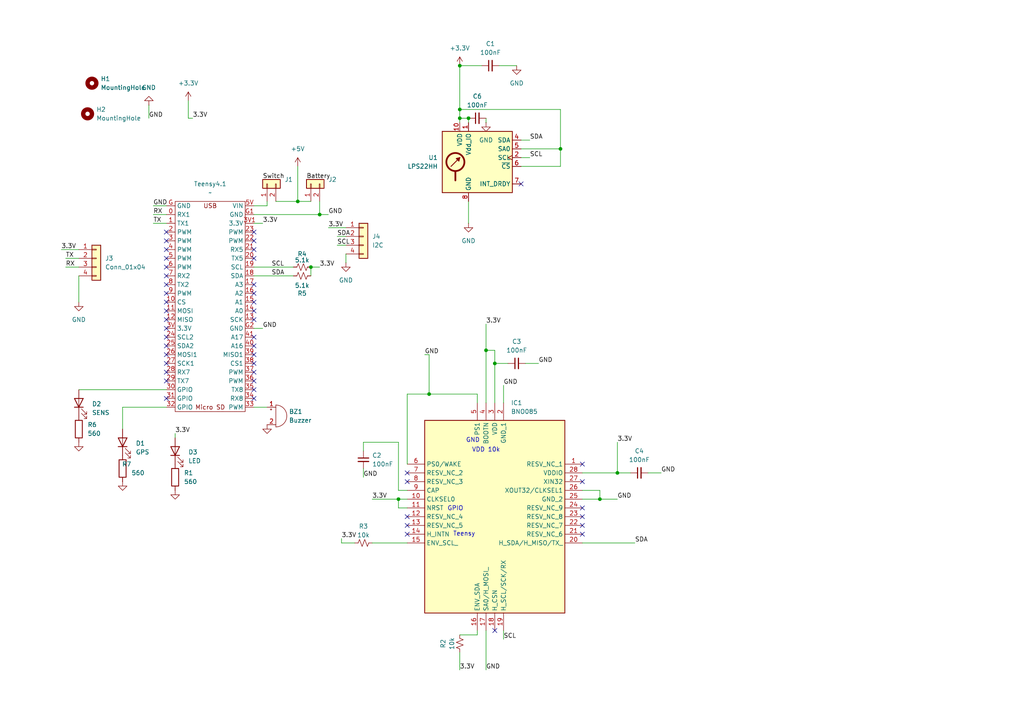
<source format=kicad_sch>
(kicad_sch (version 20250114) (generator "eeschema") (generator_version "9.0")
  (paper "A4")
  (lib_symbols
    (symbol "BNO085:BNO085"
      (property "Reference" "IC" (at 46.99 17.78 0))
      (property "Value" "BNO085" (at 46.99 15.24 0))
      (symbol "BNO085_1_1"
        (rectangle (start 5.08 12.7) (end 45.72 -43.18) (stroke (width 0.254)) (fill (type background)))
        (pin passive line (at 0 0 0) (length 5.08) (name "PS0/WAKE") (number "6"))
        (pin passive line (at 0 -2.54 0) (length 5.08) (name "RESV_NC_2") (number "7"))
        (pin passive line (at 0 -5.08 0) (length 5.08) (name "RESV_NC_3") (number "8"))
        (pin passive line (at 0 -7.62 0) (length 5.08) (name "CAP") (number "9"))
        (pin passive line (at 0 -10.16 0) (length 5.08) (name "CLKSEL0") (number "10"))
        (pin passive line (at 0 -12.7 0) (length 5.08) (name "NRST") (number "11"))
        (pin passive line (at 0 -15.24 0) (length 5.08) (name "RESV_NC_4") (number "12"))
        (pin passive line (at 0 -17.78 0) (length 5.08) (name "RESV_NC_5") (number "13"))
        (pin passive line (at 0 -20.32 0) (length 5.08) (name "H_INTN") (number "14"))
        (pin passive line (at 0 -22.86 0) (length 5.08) (name "ENV_SCL_") (number "15"))
        (pin passive line (at 20.32 17.78 270) (length 5.08) (name "PS1") (number "5"))
        (pin passive line (at 20.32 -48.26 90) (length 5.08) (name "ENV_SDA") (number "16"))
        (pin passive line (at 22.86 17.78 270) (length 5.08) (name "BOOTN") (number "4"))
        (pin passive line (at 22.86 -48.26 90) (length 5.08) (name "SA0/H_MOSI_") (number "17"))
        (pin passive line (at 25.4 17.78 270) (length 5.08) (name "VDD") (number "3"))
        (pin passive line (at 25.4 -48.26 90) (length 5.08) (name "H_CSN") (number "18"))
        (pin passive line (at 27.94 17.78 270) (length 5.08) (name "GND_1") (number "2"))
        (pin passive line (at 27.94 -48.26 90) (length 5.08) (name "H_SCL/SCK/RX") (number "19"))
        (pin passive line (at 50.8 0 180) (length 5.08) (name "RESV_NC_1") (number "1"))
        (pin passive line (at 50.8 -2.54 180) (length 5.08) (name "VDDIO") (number "28"))
        (pin passive line (at 50.8 -5.08 180) (length 5.08) (name "XIN32") (number "27"))
        (pin passive line (at 50.8 -7.62 180) (length 5.08) (name "XOUT32/CLKSEL1") (number "26"))
        (pin passive line (at 50.8 -10.16 180) (length 5.08) (name "GND_2") (number "25"))
        (pin passive line (at 50.8 -12.7 180) (length 5.08) (name "RESV_NC_9") (number "24"))
        (pin passive line (at 50.8 -15.24 180) (length 5.08) (name "RESV_NC_8") (number "23"))
        (pin passive line (at 50.8 -17.78 180) (length 5.08) (name "RESV_NC_7") (number "22"))
        (pin passive line (at 50.8 -20.32 180) (length 5.08) (name "RESV_NC_6") (number "21"))
        (pin passive line (at 50.8 -22.86 180) (length 5.08) (name "H_SDA/H_MISO/TX_") (number "20"))
      )
    )
    (symbol "Connector_Generic:Conn_01x02" (pin_names (offset 1.016) (hide yes))
      (property "Reference" "J" (at 0 2.54 0))
      (property "Value" "Conn_01x02" (at 0 -5.08 0))
      (symbol "Conn_01x02_1_1"
        (rectangle (start -1.27 1.27) (end 1.27 -3.81) (stroke (width 0.254)) (fill (type background)))
        (rectangle (start -1.27 0.127) (end 0 -0.127) (stroke (width 0.1524)))
        (rectangle (start -1.27 -2.413) (end 0 -2.667) (stroke (width 0.1524)))
        (pin passive line (at -5.08 0 0) (length 3.81) (name "Pin_1") (number "1"))
        (pin passive line (at -5.08 -2.54 0) (length 3.81) (name "Pin_2") (number "2"))
      )
    )
    (symbol "Connector_Generic:Conn_01x04" (pin_names (offset 1.016) (hide yes))
      (property "Reference" "J" (at 0 5.08 0))
      (property "Value" "Conn_01x04" (at 0 -7.62 0))
      (symbol "Conn_01x04_1_1"
        (rectangle (start -1.27 3.81) (end 1.27 -6.35) (stroke (width 0.254)) (fill (type background)))
        (rectangle (start -1.27 2.667) (end 0 2.413) (stroke (width 0.1524)))
        (rectangle (start -1.27 0.127) (end 0 -0.127) (stroke (width 0.1524)))
        (rectangle (start -1.27 -2.413) (end 0 -2.667) (stroke (width 0.1524)))
        (rectangle (start -1.27 -4.953) (end 0 -5.207) (stroke (width 0.1524)))
        (pin passive line (at -5.08 2.54 0) (length 3.81) (name "Pin_1") (number "1"))
        (pin passive line (at -5.08 0 0) (length 3.81) (name "Pin_2") (number "2"))
        (pin passive line (at -5.08 -2.54 0) (length 3.81) (name "Pin_3") (number "3"))
        (pin passive line (at -5.08 -5.08 0) (length 3.81) (name "Pin_4") (number "4"))
      )
    )
    (symbol "Device:Buzzer" (pin_names (offset 0.0254) (hide yes))
      (property "Reference" "BZ" (at 3.81 1.27 0))
      (property "Value" "Buzzer" (at 3.81 -1.27 0))
      (symbol "Buzzer_0_1"
        (polyline (pts (xy -1.651 1.905) (xy -1.143 1.905)))
        (polyline (pts (xy -1.397 2.159) (xy -1.397 1.651)))
        (arc (start 0 3.175) (mid 3.1612 0) (end 0 -3.175))
        (polyline (pts (xy 0 3.175) (xy 0 -3.175)))
      )
      (symbol "Buzzer_1_1"
        (pin passive line (at -2.54 2.54 0) (length 2.54) (name "+") (number "1"))
        (pin passive line (at -2.54 -2.54 0) (length 2.54) (name "-") (number "2"))
      )
    )
    (symbol "Device:C_Small" (pin_numbers (hide yes)) (pin_names (offset 0.254) (hide yes))
      (property "Reference" "C" (at 0.254 1.778 0))
      (property "Value" "C_Small" (at 0.254 -2.032 0))
      (symbol "C_Small_0_1"
        (polyline (pts (xy -1.524 0.508) (xy 1.524 0.508)) (stroke (width 0.3048)))
        (polyline (pts (xy -1.524 -0.508) (xy 1.524 -0.508)) (stroke (width 0.3302)))
      )
      (symbol "C_Small_1_1"
        (pin passive line (at 0 2.54 270) (length 2.032) (name "~") (number "1"))
        (pin passive line (at 0 -2.54 90) (length 2.032) (name "~") (number "2"))
      )
    )
    (symbol "Device:LED" (pin_numbers (hide yes)) (pin_names (offset 1.016) (hide yes))
      (property "Reference" "D" (at 0 2.54 0))
      (property "Value" "LED" (at 0 -2.54 0))
      (symbol "LED_0_1"
        (polyline (pts (xy -3.048 -0.762) (xy -4.572 -2.286) (xy -3.81 -2.286) (xy -4.572 -2.286) (xy -4.572 -1.524)))
        (polyline (pts (xy -1.778 -0.762) (xy -3.302 -2.286) (xy -2.54 -2.286) (xy -3.302 -2.286) (xy -3.302 -1.524)))
        (polyline (pts (xy -1.27 0) (xy 1.27 0)))
        (polyline (pts (xy -1.27 -1.27) (xy -1.27 1.27)) (stroke (width 0.254)))
        (polyline (pts (xy 1.27 -1.27) (xy 1.27 1.27) (xy -1.27 0) (xy 1.27 -1.27)) (stroke (width 0.254)))
      )
      (symbol "LED_1_1"
        (pin passive line (at -3.81 0 0) (length 2.54) (name "K") (number "1"))
        (pin passive line (at 3.81 0 180) (length 2.54) (name "A") (number "2"))
      )
    )
    (symbol "Device:R" (pin_numbers (hide yes)) (pin_names (offset 0))
      (property "Reference" "R" (at 2.032 0 90))
      (property "Value" "R" (at 0 0 90))
      (symbol "R_0_1"
        (rectangle (start -1.016 -2.54) (end 1.016 2.54) (stroke (width 0.254)))
      )
      (symbol "R_1_1"
        (pin passive line (at 0 3.81 270) (length 1.27) (name "~") (number "1"))
        (pin passive line (at 0 -3.81 90) (length 1.27) (name "~") (number "2"))
      )
    )
    (symbol "Device:R_Small_US" (pin_numbers (hide yes)) (pin_names (offset 0.254) (hide yes))
      (property "Reference" "R" (at 0.762 0.508 0))
      (property "Value" "R_Small_US" (at 0.762 -1.016 0))
      (symbol "R_Small_US_1_1"
        (polyline (pts (xy 0 1.524) (xy 1.016 1.143) (xy 0 0.762) (xy -1.016 0.381) (xy 0 0)))
        (polyline (pts (xy 0 0) (xy 1.016 -0.381) (xy 0 -0.762) (xy -1.016 -1.143) (xy 0 -1.524)))
        (pin passive line (at 0 2.54 270) (length 1.016) (name "~") (number "1"))
        (pin passive line (at 0 -2.54 90) (length 1.016) (name "~") (number "2"))
      )
    )
    (symbol "Mechanical:MountingHole" (pin_names (offset 1.016)) (in_bom no)
      (property "Reference" "H" (at 0 5.08 0))
      (property "Value" "MountingHole" (at 0 3.175 0))
      (symbol "MountingHole_0_1"
        (circle (center 0 0) (radius 1.27) (stroke (width 1.27)))
      )
    )
    (symbol "Sensor_Pressure:LPS22HH"
      (property "Reference" "U" (at -11.43 1.27 0))
      (property "Value" "LPS22HH" (at -11.43 -1.27 0))
      (symbol "LPS22HH_0_1"
        (rectangle (start -10.16 10.16) (end 10.16 -7.62) (stroke (width 0.254)) (fill (type background)))
        (polyline (pts (xy -7.62 0) (xy -5.08 2.54)) (stroke (width 0.254)))
        (circle (center -6.35 1.27) (radius 2.6162) (stroke (width 0.508)))
        (polyline (pts (xy -6.35 -1.524) (xy -6.35 -4.064)) (stroke (width 0.508)))
        (polyline (pts (xy -5.08 2.54) (xy -5.334 1.524) (xy -6.096 2.286) (xy -5.08 2.54)) (stroke (width 0.254)) (fill (type outline)))
      )
      (symbol "LPS22HH_1_1"
        (pin power_in line (at -5.08 12.7 270) (length 2.54) (name "VDD") (number "10"))
        (pin power_in line (at -2.54 12.7 270) (length 2.54) (name "Vdd_IO") (number "1"))
        (pin passive line (at -2.54 -10.16 90) (length 2.54) (hide yes) (name "GND") (number "3"))
        (pin power_in line (at -2.54 -10.16 90) (length 2.54) (name "GND") (number "8"))
        (pin passive line (at -2.54 -10.16 90) (length 2.54) (hide yes) (name "GND") (number "9"))
        (pin bidirectional line (at 12.7 7.62 180) (length 2.54) (name "SDA") (number "4"))
        (pin input line (at 12.7 5.08 180) (length 2.54) (name "SA0") (number "5"))
        (pin input clock (at 12.7 2.54 180) (length 2.54) (name "SCL") (number "2"))
        (pin input line (at 12.7 0 180) (length 2.54) (name "~{CS}") (number "6"))
        (pin output line (at 12.7 -5.08 180) (length 2.54) (name "INT_DRDY") (number "7"))
      )
    )
    (symbol "power:+3.3V" (power) (pin_numbers (hide yes)) (pin_names (offset 0) (hide yes))
      (property "Value" "+3.3V" (at 0 3.556 0))
      (symbol "+3.3V_0_1"
        (polyline (pts (xy -0.762 1.27) (xy 0 2.54)))
        (polyline (pts (xy 0 2.54) (xy 0.762 1.27)))
        (polyline (pts (xy 0 0) (xy 0 2.54)))
      )
      (symbol "+3.3V_1_1"
        (pin power_in line (at 0 0 90) (length 0) (name "~") (number "1"))
      )
    )
    (symbol "power:GND" (power) (pin_numbers (hide yes)) (pin_names (offset 0) (hide yes))
      (property "Value" "GND" (at 0 -3.81 0))
      (symbol "GND_0_1"
        (polyline (pts (xy 0 0) (xy 0 -1.27) (xy 1.27 -1.27) (xy 0 -2.54) (xy -1.27 -1.27) (xy 0 -1.27)))
      )
      (symbol "GND_1_1"
        (pin power_in line (at 0 0 270) (length 0) (name "~") (number "1"))
      )
    )
    (symbol "teensy:Teensy4.1"
      (property "Reference" "Teensy4.1" (at 0 0 90))
      (symbol "Teensy4.1_0_1"
        (rectangle (start -10.16 30.48) (end 10.16 -30.48))
      )
      (symbol "Teensy4.1_1_1"
        (text "USB" (at 0 29.21 0) (effects (font (size 1.27 1.27))))
        (text "Micro SD" (at 0 -29.21 0) (effects (font (size 1.27 1.27))))
        (pin input line (at -12.7 29.21 0) (length 2.54) (name "GND") (number "G"))
        (pin input line (at -12.7 26.67 0) (length 2.54) (name "RX1") (number "0"))
        (pin input line (at -12.7 24.13 0) (length 2.54) (name "TX1") (number "1"))
        (pin input line (at -12.7 21.59 0) (length 2.54) (name "PWM") (number "2"))
        (pin input line (at -12.7 19.05 0) (length 2.54) (name "PWM") (number "3"))
        (pin input line (at -12.7 16.51 0) (length 2.54) (name "PWM") (number "4"))
        (pin input line (at -12.7 13.97 0) (length 2.54) (name "PWM") (number "5"))
        (pin input line (at -12.7 11.43 0) (length 2.54) (name "PWM") (number "6"))
        (pin input line (at -12.7 8.89 0) (length 2.54) (name "RX2") (number "7"))
        (pin input line (at -12.7 6.35 0) (length 2.54) (name "TX2") (number "8"))
        (pin input line (at -12.7 3.81 0) (length 2.54) (name "PWM") (number "9"))
        (pin input line (at -12.7 1.27 0) (length 2.54) (name "CS") (number "10"))
        (pin input line (at -12.7 -1.27 0) (length 2.54) (name "MOSI") (number "11"))
        (pin input line (at -12.7 -3.81 0) (length 2.54) (name "MISO") (number "12"))
        (pin input line (at -12.7 -6.35 0) (length 2.54) (name "3.3V") (number "3V"))
        (pin input line (at -12.7 -8.89 0) (length 2.54) (name "SCL2") (number "24"))
        (pin input line (at -12.7 -11.43 0) (length 2.54) (name "SDA2") (number "25"))
        (pin input line (at -12.7 -13.97 0) (length 2.54) (name "MOSI1") (number "26"))
        (pin input line (at -12.7 -16.51 0) (length 2.54) (name "SCK1") (number "27"))
        (pin input line (at -12.7 -19.05 0) (length 2.54) (name "RX7") (number "28"))
        (pin input line (at -12.7 -21.59 0) (length 2.54) (name "TX7") (number "29"))
        (pin input line (at -12.7 -24.13 0) (length 2.54) (name "GPIO") (number "30"))
        (pin input line (at -12.7 -26.67 0) (length 2.54) (name "GPIO") (number "31"))
        (pin input line (at -12.7 -29.21 0) (length 2.54) (name "GPIO") (number "32"))
        (pin input line (at 12.7 29.21 180) (length 2.54) (name "VIN") (number "5V"))
        (pin input line (at 12.7 26.67 180) (length 2.54) (name "GND") (number "G1"))
        (pin input line (at 12.7 24.13 180) (length 2.54) (name "3.3V") (number "3V1"))
        (pin input line (at 12.7 21.59 180) (length 2.54) (name "PWM") (number "23"))
        (pin input line (at 12.7 19.05 180) (length 2.54) (name "PWM") (number "22"))
        (pin input line (at 12.7 16.51 180) (length 2.54) (name "RX5") (number "21"))
        (pin input line (at 12.7 13.97 180) (length 2.54) (name "TX5") (number "20"))
        (pin input line (at 12.7 11.43 180) (length 2.54) (name "SCL") (number "19"))
        (pin input line (at 12.7 8.89 180) (length 2.54) (name "SDA") (number "18"))
        (pin input line (at 12.7 6.35 180) (length 2.54) (name "A3") (number "17"))
        (pin input line (at 12.7 3.81 180) (length 2.54) (name "A2") (number "16"))
        (pin input line (at 12.7 1.27 180) (length 2.54) (name "A1") (number "15"))
        (pin input line (at 12.7 -1.27 180) (length 2.54) (name "A0") (number "14"))
        (pin input line (at 12.7 -3.81 180) (length 2.54) (name "SCK") (number "13"))
        (pin input line (at 12.7 -6.35 180) (length 2.54) (name "GND") (number "G2"))
        (pin input line (at 12.7 -8.89 180) (length 2.54) (name "A17") (number "41"))
        (pin input line (at 12.7 -11.43 180) (length 2.54) (name "A16") (number "40"))
        (pin input line (at 12.7 -13.97 180) (length 2.54) (name "MISO1") (number "39"))
        (pin input line (at 12.7 -16.51 180) (length 2.54) (name "CS1") (number "38"))
        (pin input line (at 12.7 -19.05 180) (length 2.54) (name "PWM") (number "37"))
        (pin input line (at 12.7 -21.59 180) (length 2.54) (name "PWM") (number "36"))
        (pin input line (at 12.7 -24.13 180) (length 2.54) (name "TX8") (number "35"))
        (pin input line (at 12.7 -26.67 180) (length 2.54) (name "RX8") (number "34"))
        (pin input line (at 12.7 -29.21 180) (length 2.54) (name "PWM") (number "33"))
      )
    )
  )
  (text "GND\n" (at 137.16 127.762 0) (effects (font (size 1.27 1.27))))
  (text "GPIO\n" (at 132.08 147.574 0) (effects (font (size 1.27 1.27))))
  (text "Teensy" (at 134.62 154.94 0) (effects (font (size 1.27 1.27))))
  (text "VDD 10k\n" (at 140.97 130.556 0) (effects (font (size 1.27 1.27))))
  (junction (at 90.17 77.47))
  (junction (at 92.71 62.23))
  (junction (at 133.35 34.29))
  (junction (at 162.56 43.18))
  (junction (at 115.57 144.78))
  (junction (at 133.35 19.05))
  (junction (at 143.51 105.41))
  (junction (at 86.36 58.42))
  (junction (at 133.35 31.75))
  (junction (at 135.89 34.29))
  (junction (at 140.97 101.6))
  (junction (at 179.07 137.16))
  (junction (at 173.99 144.78))
  (junction (at 124.46 114.3))
  (no_connect (at 48.26 74.93))
  (no_connect (at 73.66 92.71))
  (no_connect (at 73.66 90.17))
  (no_connect (at 73.66 107.95))
  (no_connect (at 168.91 147.32))
  (no_connect (at 168.91 139.7))
  (no_connect (at 48.26 72.39))
  (no_connect (at 118.11 154.94))
  (no_connect (at 73.66 72.39))
  (no_connect (at 48.26 85.09))
  (no_connect (at 73.66 67.31))
  (no_connect (at 118.11 149.86))
  (no_connect (at 73.66 105.41))
  (no_connect (at 73.66 85.09))
  (no_connect (at 48.26 69.85))
  (no_connect (at 48.26 115.57))
  (no_connect (at 168.91 152.4))
  (no_connect (at 73.66 110.49))
  (no_connect (at 48.26 100.33))
  (no_connect (at 151.13 53.34))
  (no_connect (at 168.91 134.62))
  (no_connect (at 48.26 105.41))
  (no_connect (at 143.51 182.88))
  (no_connect (at 73.66 97.79))
  (no_connect (at 73.66 115.57))
  (no_connect (at 118.11 152.4))
  (no_connect (at 118.11 139.7))
  (no_connect (at 168.91 149.86))
  (no_connect (at 73.66 82.55))
  (no_connect (at 73.66 102.87))
  (no_connect (at 48.26 110.49))
  (no_connect (at 168.91 154.94))
  (no_connect (at 48.26 82.55))
  (no_connect (at 48.26 77.47))
  (no_connect (at 48.26 92.71))
  (no_connect (at 73.66 87.63))
  (no_connect (at 48.26 90.17))
  (no_connect (at 73.66 113.03))
  (no_connect (at 48.26 97.79))
  (no_connect (at 48.26 67.31))
  (no_connect (at 118.11 137.16))
  (no_connect (at 48.26 107.95))
  (no_connect (at 48.26 95.25))
  (no_connect (at 73.66 100.33))
  (no_connect (at 73.66 74.93))
  (no_connect (at 48.26 102.87))
  (no_connect (at 48.26 87.63))
  (no_connect (at 73.66 69.85))
  (no_connect (at 48.26 80.01))
  (wire (pts (xy 44.45 64.77) (xy 48.26 64.77)))
  (wire (pts (xy 162.56 43.18) (xy 162.56 48.26)))
  (wire (pts (xy 138.43 184.15) (xy 138.43 182.88)))
  (wire (pts (xy 92.71 62.23) (xy 95.25 62.23)))
  (wire (pts (xy 133.35 19.05) (xy 139.7 19.05)))
  (wire (pts (xy 173.99 144.78) (xy 179.07 144.78)))
  (wire (pts (xy 118.11 114.3) (xy 118.11 134.62)))
  (wire (pts (xy 99.06 156.21) (xy 99.06 157.48)))
  (wire (pts (xy 55.88 34.29) (xy 54.61 34.29)))
  (wire (pts (xy 124.46 114.3) (xy 138.43 114.3)))
  (wire (pts (xy 135.89 34.29) (xy 135.89 35.56)))
  (wire (pts (xy 138.43 114.3) (xy 138.43 116.84)))
  (wire (pts (xy 168.91 157.48) (xy 184.15 157.48)))
  (wire (pts (xy 107.95 157.48) (xy 118.11 157.48)))
  (wire (pts (xy 173.99 142.24) (xy 173.99 144.78)))
  (wire (pts (xy 143.51 105.41) (xy 147.32 105.41)))
  (wire (pts (xy 133.35 184.15) (xy 138.43 184.15)))
  (wire (pts (xy 35.56 118.11) (xy 48.26 118.11)))
  (wire (pts (xy 77.47 58.42) (xy 77.47 59.69)))
  (wire (pts (xy 73.66 118.11) (xy 77.47 118.11)))
  (wire (pts (xy 44.45 59.69) (xy 48.26 59.69)))
  (wire (pts (xy 133.35 34.29) (xy 135.89 34.29)))
  (wire (pts (xy 22.86 113.03) (xy 48.26 113.03)))
  (wire (pts (xy 90.17 77.47) (xy 92.71 77.47)))
  (wire (pts (xy 92.71 58.42) (xy 92.71 62.23)))
  (wire (pts (xy 146.05 111.76) (xy 146.05 116.84)))
  (wire (pts (xy 143.51 101.6) (xy 143.51 105.41)))
  (wire (pts (xy 97.79 68.58) (xy 100.33 68.58)))
  (wire (pts (xy 143.51 105.41) (xy 143.51 116.84)))
  (wire (pts (xy 22.86 80.01) (xy 22.86 87.63)))
  (wire (pts (xy 105.41 128.27) (xy 115.57 128.27)))
  (wire (pts (xy 19.05 77.47) (xy 22.86 77.47)))
  (wire (pts (xy 135.89 58.42) (xy 135.89 64.77)))
  (wire (pts (xy 19.05 74.93) (xy 22.86 74.93)))
  (wire (pts (xy 115.57 144.78) (xy 118.11 144.78)))
  (wire (pts (xy 133.35 189.23) (xy 133.35 194.31)))
  (wire (pts (xy 80.01 58.42) (xy 86.36 58.42)))
  (wire (pts (xy 133.35 19.05) (xy 133.35 31.75)))
  (wire (pts (xy 162.56 48.26) (xy 151.13 48.26)))
  (wire (pts (xy 115.57 142.24) (xy 118.11 142.24)))
  (wire (pts (xy 144.78 19.05) (xy 149.86 19.05)))
  (wire (pts (xy 152.4 105.41) (xy 156.21 105.41)))
  (wire (pts (xy 73.66 80.01) (xy 85.09 80.01)))
  (wire (pts (xy 90.17 77.47) (xy 90.17 80.01)))
  (wire (pts (xy 54.61 29.21) (xy 54.61 34.29)))
  (wire (pts (xy 73.66 95.25) (xy 76.2 95.25)))
  (wire (pts (xy 168.91 144.78) (xy 173.99 144.78)))
  (wire (pts (xy 50.8 125.73) (xy 50.8 127)))
  (wire (pts (xy 73.66 62.23) (xy 92.71 62.23)))
  (wire (pts (xy 140.97 34.29) (xy 140.97 35.56)))
  (wire (pts (xy 97.79 71.12) (xy 100.33 71.12)))
  (wire (pts (xy 187.96 137.16) (xy 191.77 137.16)))
  (wire (pts (xy 140.97 101.6) (xy 143.51 101.6)))
  (wire (pts (xy 124.46 102.87) (xy 124.46 114.3)))
  (wire (pts (xy 168.91 142.24) (xy 173.99 142.24)))
  (wire (pts (xy 35.56 124.46) (xy 35.56 118.11)))
  (wire (pts (xy 151.13 40.64) (xy 153.67 40.64)))
  (wire (pts (xy 151.13 45.72) (xy 153.67 45.72)))
  (wire (pts (xy 118.11 147.32) (xy 115.57 147.32)))
  (wire (pts (xy 151.13 43.18) (xy 162.56 43.18)))
  (wire (pts (xy 73.66 64.77) (xy 76.2 64.77)))
  (wire (pts (xy 133.35 31.75) (xy 162.56 31.75)))
  (wire (pts (xy 105.41 135.89) (xy 105.41 138.43)))
  (wire (pts (xy 133.35 31.75) (xy 133.35 34.29)))
  (wire (pts (xy 44.45 62.23) (xy 48.26 62.23)))
  (wire (pts (xy 95.25 66.04) (xy 100.33 66.04)))
  (wire (pts (xy 115.57 147.32) (xy 115.57 144.78)))
  (wire (pts (xy 86.36 48.26) (xy 86.36 58.42)))
  (wire (pts (xy 73.66 77.47) (xy 85.09 77.47)))
  (wire (pts (xy 107.95 144.78) (xy 115.57 144.78)))
  (wire (pts (xy 100.33 73.66) (xy 100.33 76.2)))
  (wire (pts (xy 77.47 59.69) (xy 73.66 59.69)))
  (wire (pts (xy 86.36 58.42) (xy 90.17 58.42)))
  (wire (pts (xy 115.57 128.27) (xy 115.57 142.24)))
  (wire (pts (xy 140.97 182.88) (xy 140.97 194.31)))
  (wire (pts (xy 146.05 182.88) (xy 146.05 185.42)))
  (wire (pts (xy 140.97 101.6) (xy 140.97 116.84)))
  (wire (pts (xy 99.06 157.48) (xy 102.87 157.48)))
  (wire (pts (xy 162.56 31.75) (xy 162.56 43.18)))
  (wire (pts (xy 43.18 30.48) (xy 43.18 34.29)))
  (wire (pts (xy 179.07 128.27) (xy 179.07 137.16)))
  (wire (pts (xy 179.07 137.16) (xy 182.88 137.16)))
  (wire (pts (xy 17.78 72.39) (xy 22.86 72.39)))
  (wire (pts (xy 105.41 128.27) (xy 105.41 130.81)))
  (wire (pts (xy 118.11 114.3) (xy 124.46 114.3)))
  (wire (pts (xy 140.97 93.98) (xy 140.97 101.6)))
  (wire (pts (xy 123.19 102.87) (xy 124.46 102.87)))
  (wire (pts (xy 133.35 34.29) (xy 133.35 35.56)))
  (wire (pts (xy 179.07 137.16) (xy 168.91 137.16)))
  (label "GND" (at 179.07 144.78 0))
  (label "GND" (at 191.77 137.16 0))
  (label "GND" (at 146.05 111.76 0))
  (label "3.3V" (at 133.35 194.31 0))
  (label "TX" (at 44.45 64.77 0))
  (label "3.3V" (at 55.88 34.29 0))
  (label "GND" (at 105.41 138.43 0))
  (label "TX" (at 19.05 74.93 0))
  (label "SDA" (at 97.79 68.58 0))
  (label "3.3V" (at 95.25 66.04 0))
  (label "3.3V" (at 107.95 144.78 0))
  (label "GND" (at 43.18 34.29 0))
  (label "3.3V" (at 92.71 77.47 0))
  (label "3.3V" (at 50.8 125.73 0))
  (label "GND" (at 156.21 105.41 0))
  (label "Battery" (at 88.9 52.07 0))
  (label "SCL" (at 153.67 45.72 0))
  (label "" (at 54.61 33.02 0))
  (label "Switch" (at 76.2 52.07 0))
  (label "3.3V" (at 76.2 64.77 0))
  (label "GND" (at 44.45 59.69 0))
  (label "GND" (at 95.25 62.23 0))
  (label "SDA" (at 153.67 40.64 0))
  (label "3.3V" (at 17.78 72.39 0))
  (label "3.3V" (at 99.06 156.21 0))
  (label "GND" (at 140.97 194.31 0))
  (label "SDA" (at 184.15 157.48 0))
  (label "SDA" (at 78.74 80.01 0))
  (label "3.3V" (at 179.07 128.27 0))
  (label "SCL" (at 146.05 185.42 0))
  (label "SCL" (at 78.74 77.47 0))
  (label "SCL" (at 97.79 71.12 0))
  (label "RX" (at 19.05 77.47 0))
  (label "GND" (at 76.2 95.25 0))
  (label "RX" (at 44.45 62.23 0))
  (label "3.3V" (at 140.97 93.98 0))
  (label "GND" (at 123.19 102.87 0))
  (symbol (lib_id "Device:LED") (at 22.86 116.84 90) (unit 1)
    (property "Reference" "D2" (at 26.67 117.1574 90) (effects (justify right)))
    (property "Value" "SENS" (at 26.67 119.6974 90) (effects (justify right)))
    (property "Footprint" "LED_SMD:LED_0805_2012Metric" (effects (hide yes)))
    (property "Description" "Light emitting diode" (effects (hide yes)))
    (property "Sim.Pins" "1=K 2=A" (effects (hide yes)))
  )
  (symbol (lib_id "power:GND") (at 77.47 123.19 0) (unit 1)
    (property "Reference" "#PWR018" (effects (hide yes)))
    (property "Value" "GND" (effects (hide yes)))
    (property "Description" "Power symbol creates a global label with name \"GND\" , ground" (effects (hide yes)))
  )
  (symbol (lib_id "power:GND") (at 22.86 87.63 0) (unit 1)
    (property "Reference" "#PWR013" (effects (hide yes)))
    (property "Value" "GND" (at 22.86 92.71 0))
    (property "Description" "Power symbol creates a global label with name \"GND\" , ground" (effects (hide yes)))
  )
  (symbol (lib_id "Connector_Generic:Conn_01x04") (at 105.41 68.58 0) (unit 1)
    (property "Reference" "J4" (at 107.95 68.5799 0) (effects (justify left)))
    (property "Value" "I2C" (at 107.95 71.1199 0) (effects (justify left)))
    (property "Footprint" "Connector_JST:JST_XH_S4B-XH-A_1x04_P2.50mm_Horizontal" (effects (hide yes)))
    (property "Description" "Generic connector, single row, 01x04, script generated (kicad-library-utils/schlib/autogen/connector/)" (effects (hide yes)))
  )
  (symbol (lib_id "power:GND") (at 140.97 35.56 0) (unit 1)
    (property "Reference" "#PWR010" (effects (hide yes)))
    (property "Value" "GND" (at 140.97 40.64 0))
    (property "Description" "Power symbol creates a global label with name \"GND\" , ground" (effects (hide yes)))
  )
  (symbol (lib_id "power:GND") (at 135.89 64.77 0) (unit 1)
    (property "Reference" "#PWR03" (effects (hide yes)))
    (property "Value" "GND" (at 135.89 69.85 0))
    (property "Description" "Power symbol creates a global label with name \"GND\" , ground" (effects (hide yes)))
  )
  (symbol (lib_id "Device:R_Small_US") (at 133.35 186.69 180) (unit 1)
    (property "Reference" "R2" (at 128.524 186.69 90))
    (property "Value" "10k" (at 131.064 186.69 90))
    (property "Footprint" "Resistor_SMD:R_0603_1608Metric" (effects (hide yes)))
    (property "Description" "Resistor, small US symbol" (effects (hide yes)))
  )
  (symbol (lib_id "Device:C_Small") (at 138.43 34.29 90) (unit 1)
    (property "Reference" "C6" (at 138.4363 27.94 90))
    (property "Value" "100nF" (at 138.4363 30.48 90))
    (property "Footprint" "Capacitor_SMD:C_0603_1608Metric" (effects (hide yes)))
    (property "Description" "Unpolarized capacitor, small symbol" (effects (hide yes)))
  )
  (symbol (lib_id "power:+3.3V") (at 133.35 19.05 0) (unit 1)
    (property "Reference" "#PWR04" (effects (hide yes)))
    (property "Value" "+3.3V" (at 133.35 13.97 0))
    (property "Description" "Power symbol creates a global label with name \"+3.3V\"" (effects (hide yes)))
  )
  (symbol (lib_id "Connector_Generic:Conn_01x02") (at 90.17 53.34 90) (unit 1)
    (property "Reference" "J2" (at 95.25 52.0699 90) (effects (justify right)))
    (property "Value" "Conn_01x02" (effects (hide yes)))
    (property "Footprint" "Connector_JST:JST_XH_B2B-XH-A_1x02_P2.50mm_Vertical" (effects (hide yes)))
    (property "Description" "Generic connector, single row, 01x02, script generated (kicad-library-utils/schlib/autogen/connector/)" (effects (hide yes)))
  )
  (symbol (lib_id "Device:C_Small") (at 149.86 105.41 90) (unit 1)
    (property "Reference" "C3" (at 149.8663 99.06 90))
    (property "Value" "100nF" (at 149.8663 101.6 90))
    (property "Footprint" "Capacitor_SMD:C_0603_1608Metric" (effects (hide yes)))
    (property "Description" "Unpolarized capacitor, small symbol" (effects (hide yes)))
  )
  (symbol (lib_id "Device:LED") (at 35.56 128.27 90) (unit 1)
    (property "Reference" "D1" (at 39.37 128.5874 90) (effects (justify right)))
    (property "Value" "GPS" (at 39.37 131.1274 90) (effects (justify right)))
    (property "Footprint" "LED_SMD:LED_0805_2012Metric" (effects (hide yes)))
    (property "Description" "Light emitting diode" (effects (hide yes)))
    (property "Sim.Pins" "1=K 2=A" (effects (hide yes)))
  )
  (symbol (lib_id "Device:R") (at 22.86 124.46 0) (unit 1)
    (property "Reference" "R6" (at 25.4 123.1899 0) (effects (justify left)))
    (property "Value" "560" (at 25.4 125.7299 0) (effects (justify left)))
    (property "Footprint" "Resistor_SMD:R_0603_1608Metric" (effects (hide yes)))
    (property "Description" "Resistor" (effects (hide yes)))
  )
  (symbol (lib_id "Device:Buzzer") (at 80.01 120.65 0) (unit 1)
    (property "Reference" "BZ1" (at 83.82 119.3799 0) (effects (justify left)))
    (property "Value" "Buzzer" (at 83.82 121.9199 0) (effects (justify left)))
    (property "Footprint" "adaafruitBuzzer:Adafruit_Buzzer" (effects (hide yes)))
    (property "Description" "Buzzer, polarized" (effects (hide yes)))
  )
  (symbol (lib_id "teensy:Teensy4.1") (at 60.96 88.9 0) (unit 1)
    (property "Reference" "Teensy4.1" (at 60.96 53.34 0))
    (property "Value" "~" (at 60.96 55.88 0))
    (property "Footprint" "footprint:teensy" (effects (hide yes)))
  )
  (symbol (lib_id "power:GND") (at 35.56 139.7 0) (unit 1)
    (property "Reference" "#PWR023" (effects (hide yes)))
    (property "Value" "GND" (effects (hide yes)))
    (property "Description" "Power symbol creates a global label with name \"GND\" , ground" (effects (hide yes)))
  )
  (symbol (lib_id "Device:R_Small_US") (at 87.63 80.01 90) (unit 1)
    (property "Reference" "R5" (at 87.63 85.09 90))
    (property "Value" "5.1k" (at 87.63 75.438 90))
    (property "Footprint" "Resistor_SMD:R_0603_1608Metric" (effects (hide yes)))
    (property "Description" "Resistor, small US symbol" (effects (hide yes)))
  )
  (symbol (lib_id "Device:R") (at 50.8 138.43 0) (unit 1)
    (property "Reference" "R1" (at 53.34 137.1599 0) (effects (justify left)))
    (property "Value" "560" (at 53.34 139.6999 0) (effects (justify left)))
    (property "Footprint" "Resistor_SMD:R_0603_1608Metric" (effects (hide yes)))
    (property "Description" "Resistor" (effects (hide yes)))
  )
  (symbol (lib_id "power:GND") (at 149.86 19.05 0) (unit 1)
    (property "Reference" "#PWR09" (effects (hide yes)))
    (property "Value" "GND" (at 149.86 24.13 0))
    (property "Description" "Power symbol creates a global label with name \"GND\" , ground" (effects (hide yes)))
  )
  (symbol (lib_id "Device:R") (at 35.56 135.89 0) (unit 1)
    (property "Reference" "R7" (at 38.1 134.6199 0) (effects (justify right)))
    (property "Value" "560" (at 38.1 137.1599 0) (effects (justify left)))
    (property "Footprint" "Resistor_SMD:R_0603_1608Metric" (effects (hide yes)))
    (property "Description" "Resistor" (effects (hide yes)))
  )
  (symbol (lib_id "power:+3.3V") (at 54.61 29.21 0) (unit 1)
    (property "Reference" "#PWR02" (effects (hide yes)))
    (property "Value" "+3.3V" (at 54.61 24.13 0))
    (property "Description" "Power symbol creates a global label with name \"+3.3V\"" (effects (hide yes)))
  )
  (symbol (lib_id "BNO085:BNO085") (at 118.11 134.62 0) (unit 1)
    (property "Reference" "IC1" (at 148.1933 116.84 0) (effects (justify left)))
    (property "Value" "BNO085" (at 148.1933 119.38 0) (effects (justify left)))
    (property "Footprint" "BNO085:IC_BNO085" (effects (hide yes)))
    (property "Datasheet" "https://www.ceva-dsp.com/wp-content/uploads/2019/10/BNO080_085-Datasheet.pdf" (effects (hide yes)))
    (property "Description" "Board Mount Motion & Position Sensors 9-axis IMU" (effects (hide yes)))
    (property "Height" "1.18" (effects (hide yes)))
    (property "Mouser Part Number" "526-BNO085" (effects (hide yes)))
    (property "Mouser Price/Stock" "https://www.mouser.co.uk/ProductDetail/CEVA/BNO085?qs=ulEaXIWI0c9BFVeZDQCmmQ%3D%3D" (effects (hide yes)))
    (property "Manufacturer_Name" "CEVA" (effects (hide yes)))
    (property "Manufacturer_Part_Number" "BNO085" (effects (hide yes)))
  )
  (symbol (lib_id "power:GND") (at 50.8 142.24 0) (unit 1)
    (property "Reference" "#PWR06" (effects (hide yes)))
    (property "Value" "GND" (effects (hide yes)))
    (property "Description" "Power symbol creates a global label with name \"GND\" , ground" (effects (hide yes)))
  )
  (symbol (lib_id "power:GND") (at 22.86 128.27 0) (unit 1)
    (property "Reference" "#PWR024" (effects (hide yes)))
    (property "Value" "GND" (effects (hide yes)))
    (property "Description" "Power symbol creates a global label with name \"GND\" , ground" (effects (hide yes)))
  )
  (symbol (lib_id "Device:LED") (at 50.8 130.81 90) (unit 1)
    (property "Reference" "D3" (at 54.61 131.1274 90) (effects (justify right)))
    (property "Value" "LED" (at 54.61 133.6674 90) (effects (justify right)))
    (property "Footprint" "LED_SMD:LED_0805_2012Metric" (effects (hide yes)))
    (property "Description" "Light emitting diode" (effects (hide yes)))
    (property "Sim.Pins" "1=K 2=A" (effects (hide yes)))
  )
  (symbol (lib_id "Device:C_Small") (at 185.42 137.16 90) (unit 1)
    (property "Reference" "C4" (at 185.4263 130.81 90))
    (property "Value" "100nF" (at 185.4263 133.35 90))
    (property "Footprint" "Capacitor_SMD:C_0603_1608Metric" (effects (hide yes)))
    (property "Description" "Unpolarized capacitor, small symbol" (effects (hide yes)))
  )
  (symbol (lib_id "power:GND") (at 43.18 30.48 180) (unit 1)
    (property "Reference" "#PWR01" (effects (hide yes)))
    (property "Value" "GND" (at 43.18 25.4 0))
    (property "Description" "Power symbol creates a global label with name \"GND\" , ground" (effects (hide yes)))
  )
  (symbol (lib_id "Device:C_Small") (at 142.24 19.05 90) (unit 1)
    (property "Reference" "C1" (at 142.2463 12.7 90))
    (property "Value" "100nF" (at 142.2463 15.24 90))
    (property "Footprint" "Capacitor_SMD:C_0603_1608Metric" (effects (hide yes)))
    (property "Description" "Unpolarized capacitor, small symbol" (effects (hide yes)))
  )
  (symbol (lib_id "power:GND") (at 100.33 76.2 0) (unit 1)
    (property "Reference" "#PWR014" (effects (hide yes)))
    (property "Value" "GND" (at 100.33 81.28 0))
    (property "Description" "Power symbol creates a global label with name \"GND\" , ground" (effects (hide yes)))
  )
  (symbol (lib_id "Mechanical:MountingHole") (at 26.67 24.13 0) (unit 1) (in_bom no)
    (property "Reference" "H1" (at 29.21 22.8599 0) (effects (justify left)))
    (property "Value" "MountingHole" (at 29.21 25.3999 0) (effects (justify left)))
    (property "Footprint" "MountingHole:MountingHole_3.2mm_M3" (effects (hide yes)))
    (property "Description" "Mounting Hole without connection" (effects (hide yes)))
  )
  (symbol (lib_id "Mechanical:MountingHole") (at 25.4 33.02 0) (unit 1) (in_bom no)
    (property "Reference" "H2" (at 27.94 31.7499 0) (effects (justify left)))
    (property "Value" "MountingHole" (at 27.94 34.2899 0) (effects (justify left)))
    (property "Footprint" "MountingHole:MountingHole_3.2mm_M3" (effects (hide yes)))
    (property "Description" "Mounting Hole without connection" (effects (hide yes)))
  )
  (symbol (lib_id "Connector_Generic:Conn_01x04") (at 27.94 74.93 0) (unit 1)
    (property "Reference" "J3" (at 30.48 74.9299 0) (effects (justify left)))
    (property "Value" "Conn_01x04" (at 30.48 77.4699 0) (effects (justify left)))
    (property "Footprint" "Connector_JST:JST_XH_B4B-XH-AM_1x04_P2.50mm_Vertical" (effects (hide yes)))
    (property "Description" "Generic connector, single row, 01x04, script generated (kicad-library-utils/schlib/autogen/connector/)" (effects (hide yes)))
  )
  (symbol (lib_id "Connector_Generic:Conn_01x02") (at 77.47 53.34 90) (unit 1)
    (property "Reference" "J1" (at 82.55 52.0699 90) (effects (justify right)))
    (property "Value" "Conn_01x02" (effects (hide yes)))
    (property "Footprint" "Connector_JST:JST_XH_B2B-XH-A_1x02_P2.50mm_Vertical" (effects (hide yes)))
    (property "Description" "Generic connector, single row, 01x02, script generated (kicad-library-utils/schlib/autogen/connector/)" (effects (hide yes)))
  )
  (symbol (lib_id "power:+3.3V") (at 86.36 48.26 0) (unit 1)
    (property "Reference" "#PWR05" (effects (hide yes)))
    (property "Value" "+5V" (at 86.36 43.18 0))
    (property "Description" "Power symbol creates a global label with name \"+3.3V\"" (effects (hide yes)))
  )
  (symbol (lib_id "Device:R_Small_US") (at 87.63 77.47 90) (unit 1)
    (property "Reference" "R4" (at 87.63 73.66 90))
    (property "Value" "5.1k" (at 87.63 82.804 90))
    (property "Footprint" "Resistor_SMD:R_0603_1608Metric" (effects (hide yes)))
    (property "Description" "Resistor, small US symbol" (effects (hide yes)))
  )
  (symbol (lib_id "Sensor_Pressure:LPS22HH") (at 138.43 48.26 0) (unit 1)
    (property "Reference" "U1" (at 127 45.7199 0) (effects (justify right)))
    (property "Value" "LPS22HH" (at 127 48.2599 0) (effects (justify right)))
    (property "Footprint" "Package_LGA:ST_HLGA-10_2x2mm_P0.5mm_LayoutBorder3x2y" (effects (hide yes)))
    (property "Datasheet" "https://www.st.com/resource/en/datasheet/lps22hh.pdf" (effects (hide yes)))
    (property "Description" "MEMS nano pressure sensor, 260-1260 hPa, absolute digital output baromeeter, 24 bit, SPI, I2C, I3C, 0.65 Pa noise rms, ST_HLGA-10L" (effects (hide yes)))
  )
  (symbol (lib_id "Device:C_Small") (at 105.41 133.35 0) (unit 1)
    (property "Reference" "C2" (at 107.95 132.0862 0) (effects (justify left)))
    (property "Value" "100nF" (at 107.95 134.6262 0) (effects (justify left)))
    (property "Footprint" "Capacitor_SMD:C_0603_1608Metric" (effects (hide yes)))
    (property "Description" "Unpolarized capacitor, small symbol" (effects (hide yes)))
  )
  (symbol (lib_id "Device:R_Small_US") (at 105.41 157.48 90) (unit 1)
    (property "Reference" "R3" (at 105.41 152.654 90))
    (property "Value" "10k" (at 105.41 155.194 90))
    (property "Footprint" "Resistor_SMD:R_0603_1608Metric" (effects (hide yes)))
    (property "Description" "Resistor, small US symbol" (effects (hide yes)))
  )
)
</source>
